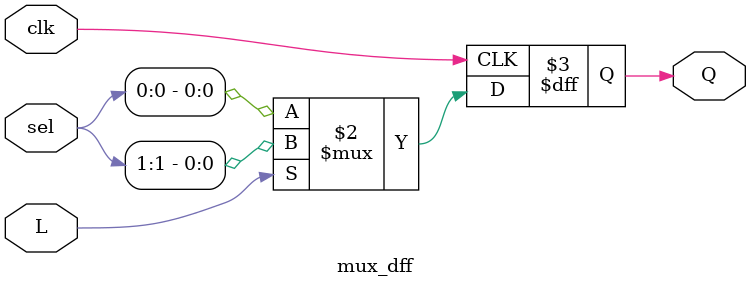
<source format=v>
module top_module (
	input [2:0] SW,      // R
	input [1:0] KEY,     // L and clk
	output reg [2:0] LEDR);  // Q

    mux_dff m1 (.clk(KEY[0]), .L(KEY[1]), .sel({SW[0], LEDR[2]}), .Q(LEDR[0]));
    mux_dff m2 (.clk(KEY[0]), .L(KEY[1]), .sel({SW[1], LEDR[0]}), .Q(LEDR[1]));
    mux_dff m3 (.clk(KEY[0]), .L(KEY[1]), .sel({SW[2], LEDR[1]^LEDR[2]}), .Q(LEDR[2]));
endmodule

module mux_dff (
    input clk, 
    input L, 
    input [1:0] sel, 
    output reg  Q
);
    
    always @(posedge clk)
        Q <= L ? sel[1] : sel[0];
endmodule

</source>
